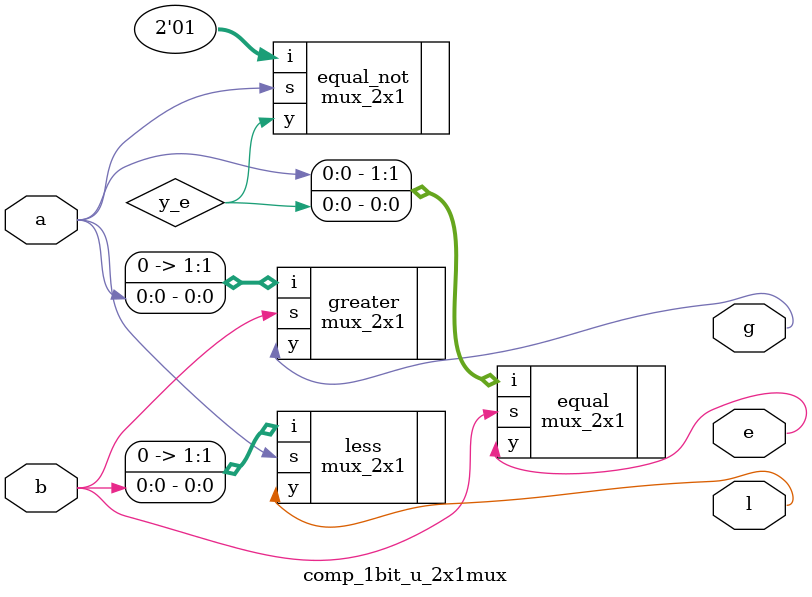
<source format=v>
`timescale 1ns / 1ps

module comp_1bit_u_2x1mux(a,b,l,e,g);

input a,b;
output l,e,g;

wire y_e;

mux_2x1 less(.i({1'b0,b}),.s(a),.y(l));
mux_2x1 greater(.i({1'b0,a}),.s(b),.y(g));

mux_2x1 equal(.i({a,y_e}),.s(b),.y(e));
mux_2x1 equal_not(.i({1'b0,1'b1}),.s(a),.y(y_e));

endmodule

</source>
